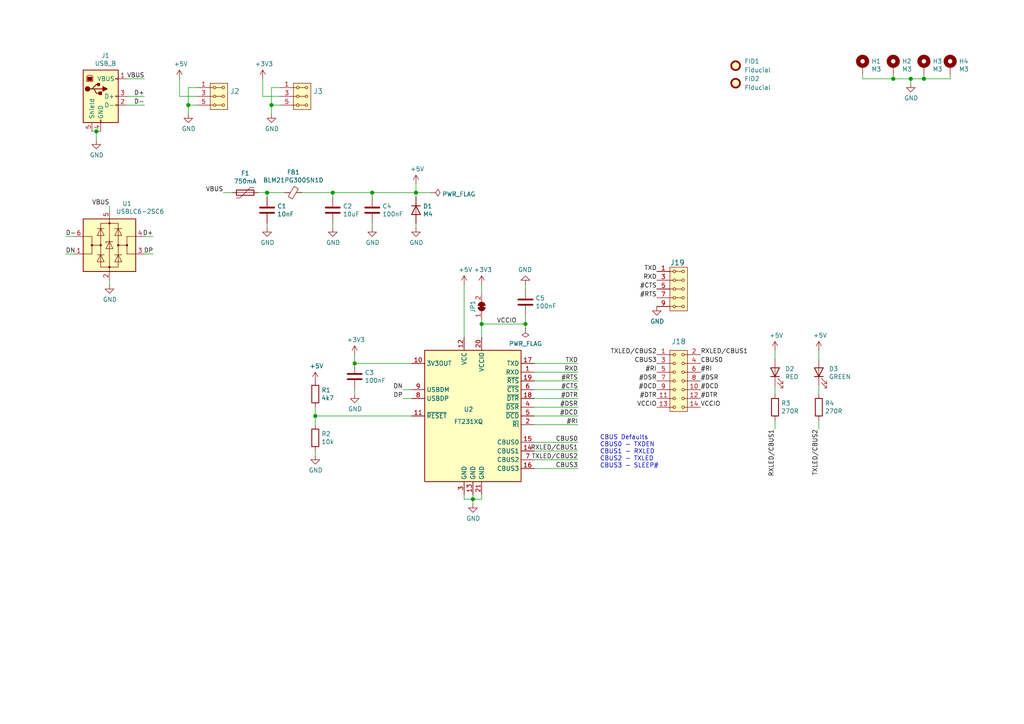
<source format=kicad_sch>
(kicad_sch (version 20230121) (generator eeschema)
  (paper "A4")
  (title_block (title "USB232R02A") (date "2021-03-25") (company "jacho") (comment 1 "USB to UART converter"))
  (lib_symbols
    (symbol "Connector:USB_B" (pin_names (offset 1.016))
      (property "Reference" "J" (at -5.08 11.43 0))
      (property "Value" "USB_B" (at -5.08 8.89 0))
      (symbol "USB_B_0_1"
        (rectangle (start -5.08 -7.62) (end 5.08 7.62) (stroke (width 0.254)) (fill (type background)))
        (circle (center -3.81 2.159) (radius 0.635) (stroke (width 0.254)) (fill (type outline)))
        (rectangle (start -3.81 5.588) (end -2.54 4.572) (fill (type outline)))
        (circle (center -0.635 3.429) (radius 0.381) (stroke (width 0.254)) (fill (type outline)))
        (rectangle (start -0.127 -7.62) (end 0.127 -6.858))
        (polyline (pts (xy -1.905 2.159) (xy 0.635 2.159)) (stroke (width 0.254)))
        (polyline (pts (xy -3.175 2.159) (xy -2.54 2.159) (xy -1.27 3.429) (xy -0.635 3.429)) (stroke (width 0.254)))
        (polyline (pts (xy -2.54 2.159) (xy -1.905 2.159) (xy -1.27 0.889) (xy 0 0.889)) (stroke (width 0.254)))
        (polyline (pts (xy 0.635 2.794) (xy 0.635 1.524) (xy 1.905 2.159) (xy 0.635 2.794)) (stroke (width 0.254)) (fill (type outline)))
        (polyline (pts (xy -4.064 4.318) (xy -2.286 4.318) (xy -2.286 5.715) (xy -2.667 6.096) (xy -3.683 6.096) (xy -4.064 5.715) (xy -4.064 4.318)))
        (rectangle (start 0.254 1.27) (end -0.508 0.508) (stroke (width 0.254)) (fill (type outline)))
        (rectangle (start 5.08 -2.667) (end 4.318 -2.413))
        (rectangle (start 5.08 -0.127) (end 4.318 0.127))
        (rectangle (start 5.08 4.953) (end 4.318 5.207))
      )
      (symbol "USB_B_1_1"
        (pin power_out line (at 7.62 5.08 180) (length 2.54) (name "VBUS") (number "1"))
        (pin bidirectional line (at 7.62 -2.54 180) (length 2.54) (name "D-") (number "2"))
        (pin bidirectional line (at 7.62 0 180) (length 2.54) (name "D+") (number "3"))
        (pin power_out line (at 0 -10.16 90) (length 2.54) (name "GND") (number "4"))
        (pin passive line (at -2.54 -10.16 90) (length 2.54) (name "Shield") (number "5"))
      )
    )
    (symbol "Device:C" (pin_numbers hide) (pin_names (offset 0.254))
      (property "Reference" "C" (at 0.635 2.54 0))
      (property "Value" "C" (at 0.635 -2.54 0))
      (symbol "C_0_1"
        (polyline (pts (xy -2.032 -0.762) (xy 2.032 -0.762)) (stroke (width 0.508)))
        (polyline (pts (xy -2.032 0.762) (xy 2.032 0.762)) (stroke (width 0.508)))
      )
      (symbol "C_1_1"
        (pin passive line (at 0 3.81 270) (length 2.794) (name "~") (number "1"))
        (pin passive line (at 0 -3.81 90) (length 2.794) (name "~") (number "2"))
      )
    )
    (symbol "Device:D" (pin_numbers hide) (pin_names (offset 1.016) hide)
      (property "Reference" "D" (at 0 2.54 0))
      (property "Value" "D" (at 0 -2.54 0))
      (symbol "D_0_1"
        (polyline (pts (xy -1.27 1.27) (xy -1.27 -1.27)) (stroke (width 0.254)))
        (polyline (pts (xy 1.27 0) (xy -1.27 0)))
        (polyline (pts (xy 1.27 1.27) (xy 1.27 -1.27) (xy -1.27 0) (xy 1.27 1.27)) (stroke (width 0.254)))
      )
      (symbol "D_1_1"
        (pin passive line (at -3.81 0 0) (length 2.54) (name "K") (number "1"))
        (pin passive line (at 3.81 0 180) (length 2.54) (name "A") (number "2"))
      )
    )
    (symbol "Device:FerriteBead_Small" (pin_numbers hide) (pin_names (offset 0))
      (property "Reference" "FB" (at 1.905 1.27 0))
      (property "Value" "FerriteBead_Small" (at 1.905 -1.27 0))
      (symbol "FerriteBead_Small_0_1"
        (polyline (pts (xy 0 -1.27) (xy 0 -0.7874)))
        (polyline (pts (xy 0 0.889) (xy 0 1.2954)))
        (polyline (pts (xy -1.8288 0.2794) (xy -1.1176 1.4986) (xy 1.8288 -0.2032) (xy 1.1176 -1.4224) (xy -1.8288 0.2794)))
      )
      (symbol "FerriteBead_Small_1_1"
        (pin passive line (at 0 2.54 270) (length 1.27) (name "~") (number "1"))
        (pin passive line (at 0 -2.54 90) (length 1.27) (name "~") (number "2"))
      )
    )
    (symbol "Device:LED" (pin_numbers hide) (pin_names (offset 1.016) hide)
      (property "Reference" "D" (at 0 2.54 0))
      (property "Value" "LED" (at 0 -2.54 0))
      (symbol "LED_0_1"
        (polyline (pts (xy -1.27 -1.27) (xy -1.27 1.27)) (stroke (width 0.254)))
        (polyline (pts (xy -1.27 0) (xy 1.27 0)))
        (polyline (pts (xy 1.27 -1.27) (xy 1.27 1.27) (xy -1.27 0) (xy 1.27 -1.27)) (stroke (width 0.254)))
        (polyline (pts (xy -3.048 -0.762) (xy -4.572 -2.286) (xy -3.81 -2.286) (xy -4.572 -2.286) (xy -4.572 -1.524)))
        (polyline (pts (xy -1.778 -0.762) (xy -3.302 -2.286) (xy -2.54 -2.286) (xy -3.302 -2.286) (xy -3.302 -1.524)))
      )
      (symbol "LED_1_1"
        (pin passive line (at -3.81 0 0) (length 2.54) (name "K") (number "1"))
        (pin passive line (at 3.81 0 180) (length 2.54) (name "A") (number "2"))
      )
    )
    (symbol "Device:Polyfuse" (pin_numbers hide) (pin_names (offset 0))
      (property "Reference" "F" (at -2.54 0 90))
      (property "Value" "Polyfuse" (at 2.54 0 90))
      (symbol "Polyfuse_0_1"
        (rectangle (start -0.762 2.54) (end 0.762 -2.54) (stroke (width 0.254)))
        (polyline (pts (xy 0 2.54) (xy 0 -2.54)))
        (polyline (pts (xy -1.524 2.54) (xy -1.524 1.524) (xy 1.524 -1.524) (xy 1.524 -2.54)))
      )
      (symbol "Polyfuse_1_1"
        (pin passive line (at 0 3.81 270) (length 1.27) (name "~") (number "1"))
        (pin passive line (at 0 -3.81 90) (length 1.27) (name "~") (number "2"))
      )
    )
    (symbol "Device:R" (pin_numbers hide) (pin_names (offset 0))
      (property "Reference" "R" (at 2.032 0 90))
      (property "Value" "R" (at 0 0 90))
      (symbol "R_0_1"
        (rectangle (start -1.016 -2.54) (end 1.016 2.54) (stroke (width 0.254)))
      )
      (symbol "R_1_1"
        (pin passive line (at 0 3.81 270) (length 1.27) (name "~") (number "1"))
        (pin passive line (at 0 -3.81 90) (length 1.27) (name "~") (number "2"))
      )
    )
    (symbol "Interface_USB:FT231XQ"
      (property "Reference" "U" (at -13.97 20.32 0))
      (property "Value" "FT231XQ" (at 6.35 20.32 0))
      (symbol "FT231XQ_0_1"
        (rectangle (start -13.97 19.05) (end 13.97 -19.05) (stroke (width 0.254)) (fill (type background)))
      )
      (symbol "FT231XQ_1_1"
        (pin input line (at 17.78 12.7 180) (length 3.81) (name "RXD") (number "1"))
        (pin power_out line (at -17.78 15.24 0) (length 3.81) (name "3V3OUT") (number "10"))
        (pin input line (at -17.78 0 0) (length 3.81) (name "~{RESET}") (number "11"))
        (pin power_in line (at -2.54 22.86 270) (length 3.81) (name "VCC") (number "12"))
        (pin power_in line (at 0 -22.86 90) (length 3.81) (name "GND") (number "13"))
        (pin bidirectional line (at 17.78 -10.16 180) (length 3.81) (name "CBUS1") (number "14"))
        (pin bidirectional line (at 17.78 -7.62 180) (length 3.81) (name "CBUS0") (number "15"))
        (pin bidirectional line (at 17.78 -15.24 180) (length 3.81) (name "CBUS3") (number "16"))
        (pin output line (at 17.78 15.24 180) (length 3.81) (name "TXD") (number "17"))
        (pin output line (at 17.78 5.08 180) (length 3.81) (name "~{DTR}") (number "18"))
        (pin output line (at 17.78 10.16 180) (length 3.81) (name "~{RTS}") (number "19"))
        (pin input line (at 17.78 -2.54 180) (length 3.81) (name "~{RI}") (number "2"))
        (pin power_in line (at 2.54 22.86 270) (length 3.81) (name "VCCIO") (number "20"))
        (pin power_in line (at 2.54 -22.86 90) (length 3.81) (name "GND") (number "21"))
        (pin power_in line (at -2.54 -22.86 90) (length 3.81) (name "GND") (number "3"))
        (pin input line (at 17.78 2.54 180) (length 3.81) (name "~{DSR}") (number "4"))
        (pin input line (at 17.78 0 180) (length 3.81) (name "~{DCD}") (number "5"))
        (pin input line (at 17.78 7.62 180) (length 3.81) (name "~{CTS}") (number "6"))
        (pin bidirectional line (at 17.78 -12.7 180) (length 3.81) (name "CBUS2") (number "7"))
        (pin bidirectional line (at -17.78 5.08 0) (length 3.81) (name "USBDP") (number "8"))
        (pin bidirectional line (at -17.78 7.62 0) (length 3.81) (name "USBDM") (number "9"))
      )
    )
    (symbol "Jumper:SolderJumper_2_Bridged" (pin_names (offset 0) hide)
      (property "Reference" "JP" (at 0 2.032 0))
      (property "Value" "SolderJumper_2_Bridged" (at 0 -2.54 0))
      (symbol "SolderJumper_2_Bridged_0_1"
        (rectangle (start -0.508 0.508) (end 0.508 -0.508) (fill (type outline)))
        (arc (start -0.254 1.016) (mid -1.2656 0) (end -0.254 -1.016))
        (arc (start -0.254 1.016) (mid -1.2656 0) (end -0.254 -1.016) (fill (type outline)))
        (polyline (pts (xy -0.254 1.016) (xy -0.254 -1.016)))
        (polyline (pts (xy 0.254 1.016) (xy 0.254 -1.016)))
        (arc (start 0.254 -1.016) (mid 1.2656 0) (end 0.254 1.016))
        (arc (start 0.254 -1.016) (mid 1.2656 0) (end 0.254 1.016) (fill (type outline)))
      )
      (symbol "SolderJumper_2_Bridged_1_1"
        (pin passive line (at -3.81 0 0) (length 2.54) (name "A") (number "1"))
        (pin passive line (at 3.81 0 180) (length 2.54) (name "B") (number "2"))
      )
    )
    (symbol "MLAB_HEADER:HEADER_2x03_PARALLEL" (pin_names (offset 1.016))
      (property "Reference" "J" (at 0 -5.08 0))
      (property "Value" "HEADER_2x03_PARALLEL" (at 0 5.08 0))
      (symbol "HEADER_2x03_PARALLEL_0_1"
        (rectangle (start -2.54 3.81) (end 2.54 -3.81) (fill (type background)))
        (circle (center -1.27 -2.54) (radius 0.381))
        (circle (center -1.27 0) (radius 0.381))
        (circle (center -1.27 2.54) (radius 0.381))
        (polyline (pts (xy -1.651 -2.54) (xy -2.54 -2.54)))
        (polyline (pts (xy -1.651 0) (xy -2.54 0)))
        (polyline (pts (xy -1.651 2.54) (xy -2.54 2.54)))
        (polyline (pts (xy -0.889 -2.54) (xy 0.889 -2.54)))
        (polyline (pts (xy -0.889 0) (xy 0.889 0)))
        (polyline (pts (xy -0.889 2.54) (xy 0.889 2.54)))
        (circle (center 1.27 -2.54) (radius 0.381))
        (circle (center 1.27 0) (radius 0.381))
        (circle (center 1.27 2.54) (radius 0.381))
      )
      (symbol "HEADER_2x03_PARALLEL_1_1"
        (pin input line (at -6.35 2.54 0) (length 3.81) (name "~") (number "1"))
        (pin input line (at -6.35 2.54 0) (length 3.81) hide (name "~") (number "2"))
        (pin input line (at -6.35 0 0) (length 3.81) (name "~") (number "3"))
        (pin input line (at -6.35 0 0) (length 3.81) hide (name "~") (number "4"))
        (pin input line (at -6.35 -2.54 0) (length 3.81) (name "~") (number "5"))
        (pin input line (at -6.35 -2.54 0) (length 3.81) hide (name "~") (number "6"))
      )
    )
    (symbol "MLAB_HEADER:HEADER_2x05_PARALLEL" (pin_names (offset 1.016))
      (property "Reference" "J" (at 0 -7.62 0))
      (property "Value" "HEADER_2x05_PARALLEL" (at 0 7.62 0))
      (symbol "HEADER_2x05_PARALLEL_0_1"
        (rectangle (start -2.54 6.35) (end 2.54 -6.35) (fill (type background)))
        (circle (center -1.27 -5.08) (radius 0.381))
        (circle (center -1.27 -2.54) (radius 0.381))
        (circle (center -1.27 0) (radius 0.381))
        (circle (center -1.27 2.54) (radius 0.381))
        (circle (center -1.27 5.08) (radius 0.381))
        (polyline (pts (xy -1.651 -5.08) (xy -2.54 -5.08)))
        (polyline (pts (xy -1.651 -2.54) (xy -2.54 -2.54)))
        (polyline (pts (xy -1.651 0) (xy -2.54 0)))
        (polyline (pts (xy -1.651 2.54) (xy -2.54 2.54)))
        (polyline (pts (xy -1.651 5.08) (xy -2.54 5.08)))
        (polyline (pts (xy -0.889 -5.08) (xy 0.889 -5.08)))
        (polyline (pts (xy -0.889 -2.54) (xy 0.889 -2.54)))
        (polyline (pts (xy -0.889 0) (xy 0.889 0)))
        (polyline (pts (xy -0.889 2.54) (xy 0.889 2.54)))
        (polyline (pts (xy -0.889 5.08) (xy 0.889 5.08)))
        (circle (center 1.27 -5.08) (radius 0.381))
        (circle (center 1.27 -2.54) (radius 0.381))
        (circle (center 1.27 0) (radius 0.381))
        (circle (center 1.27 2.54) (radius 0.381))
        (circle (center 1.27 5.08) (radius 0.381))
      )
      (symbol "HEADER_2x05_PARALLEL_1_1"
        (pin input line (at -6.35 5.08 0) (length 3.81) (name "~") (number "1"))
        (pin input line (at -6.35 -5.08 0) (length 3.81) hide (name "~") (number "10"))
        (pin input line (at -6.35 5.08 0) (length 3.81) hide (name "~") (number "2"))
        (pin input line (at -6.35 2.54 0) (length 3.81) (name "~") (number "3"))
        (pin input line (at -6.35 2.54 0) (length 3.81) hide (name "~") (number "4"))
        (pin input line (at -6.35 0 0) (length 3.81) (name "~") (number "5"))
        (pin input line (at -6.35 0 0) (length 3.81) hide (name "~") (number "6"))
        (pin input line (at -6.35 -2.54 0) (length 3.81) (name "~") (number "7"))
        (pin input line (at -6.35 -2.54 0) (length 3.81) hide (name "~") (number "8"))
        (pin input line (at -6.35 -5.08 0) (length 3.81) (name "~") (number "9"))
      )
    )
    (symbol "MLAB_HEADER:HEADER_2x07" (pin_names (offset 1.016))
      (property "Reference" "J" (at 0 -10.16 0))
      (property "Value" "HEADER_2x07" (at 0 10.16 0))
      (symbol "HEADER_2x07_0_1"
        (rectangle (start -2.54 8.89) (end 2.54 -8.89) (fill (type background)))
        (circle (center -1.27 -7.62) (radius 0.381))
        (circle (center -1.27 -5.08) (radius 0.381))
        (circle (center -1.27 -2.54) (radius 0.381))
        (circle (center -1.27 0) (radius 0.381))
        (circle (center -1.27 2.54) (radius 0.381))
        (circle (center -1.27 5.08) (radius 0.381))
        (circle (center -1.27 7.62) (radius 0.381))
        (polyline (pts (xy -1.651 -7.62) (xy -2.54 -7.62)))
        (polyline (pts (xy -1.651 -5.08) (xy -2.54 -5.08)))
        (polyline (pts (xy -1.651 -2.54) (xy -2.54 -2.54)))
        (polyline (pts (xy -1.651 0) (xy -2.54 0)))
        (polyline (pts (xy -1.651 2.54) (xy -2.54 2.54)))
        (polyline (pts (xy -1.651 5.08) (xy -2.54 5.08)))
        (polyline (pts (xy -1.651 7.62) (xy -2.54 7.62)))
        (polyline (pts (xy 1.651 -7.62) (xy 2.54 -7.62)))
        (polyline (pts (xy 1.651 -5.08) (xy 2.54 -5.08)))
        (polyline (pts (xy 1.651 -2.54) (xy 2.54 -2.54)))
        (polyline (pts (xy 1.651 0) (xy 2.54 0)))
        (polyline (pts (xy 1.651 2.54) (xy 2.54 2.54)))
        (polyline (pts (xy 1.651 5.08) (xy 2.54 5.08)))
        (polyline (pts (xy 1.651 7.62) (xy 2.54 7.62)))
        (circle (center 1.27 -7.62) (radius 0.381))
        (circle (center 1.27 -5.08) (radius 0.381))
        (circle (center 1.27 -2.54) (radius 0.381))
        (circle (center 1.27 0) (radius 0.381))
        (circle (center 1.27 2.54) (radius 0.381))
        (circle (center 1.27 5.08) (radius 0.381))
        (circle (center 1.27 7.62) (radius 0.381))
      )
      (symbol "HEADER_2x07_1_1"
        (pin input line (at -6.35 7.62 0) (length 3.81) (name "~") (number "1"))
        (pin input line (at 6.35 -2.54 180) (length 3.81) (name "~") (number "10"))
        (pin input line (at -6.35 -5.08 0) (length 3.81) (name "~") (number "11"))
        (pin input line (at 6.35 -5.08 180) (length 3.81) (name "~") (number "12"))
        (pin input line (at -6.35 -7.62 0) (length 3.81) (name "~") (number "13"))
        (pin input line (at 6.35 -7.62 180) (length 3.81) (name "~") (number "14"))
        (pin input line (at 6.35 7.62 180) (length 3.81) (name "~") (number "2"))
        (pin input line (at -6.35 5.08 0) (length 3.81) (name "~") (number "3"))
        (pin input line (at 6.35 5.08 180) (length 3.81) (name "~") (number "4"))
        (pin input line (at -6.35 2.54 0) (length 3.81) (name "~") (number "5"))
        (pin input line (at 6.35 2.54 180) (length 3.81) (name "~") (number "6"))
        (pin input line (at -6.35 0 0) (length 3.81) (name "~") (number "7"))
        (pin input line (at 6.35 0 180) (length 3.81) (name "~") (number "8"))
        (pin input line (at -6.35 -2.54 0) (length 3.81) (name "~") (number "9"))
      )
    )
    (symbol "Mechanical:Fiducial"
      (property "Reference" "FID" (at 0 5.08 0))
      (property "Value" "Fiducial" (at 0 3.175 0))
      (symbol "Fiducial_0_1"
        (circle (center 0 0) (radius 1.27) (stroke (width 0.508)) (fill (type background)))
      )
    )
    (symbol "Mechanical:MountingHole_Pad" (pin_numbers hide) (pin_names (offset 1.016) hide)
      (property "Reference" "H" (at 0 6.35 0))
      (property "Value" "MountingHole_Pad" (at 0 4.445 0))
      (symbol "MountingHole_Pad_0_1"
        (circle (center 0 1.27) (radius 1.27) (stroke (width 1.27)))
      )
      (symbol "MountingHole_Pad_1_1"
        (pin input line (at 0 -2.54 90) (length 2.54) (name "1") (number "1"))
      )
    )
    (symbol "Power_Protection:USBLC6-2SC6" (pin_names hide)
      (property "Reference" "U" (at 2.54 8.89 0))
      (property "Value" "USBLC6-2SC6" (at 2.54 -8.89 0))
      (symbol "USBLC6-2SC6_0_1"
        (rectangle (start -7.62 -7.62) (end 7.62 7.62) (stroke (width 0.254)) (fill (type background)))
        (circle (center -5.08 0) (radius 0.254) (fill (type outline)))
        (circle (center -2.54 0) (radius 0.254) (fill (type outline)))
        (rectangle (start -2.54 6.35) (end 2.54 -6.35))
        (circle (center 0 -6.35) (radius 0.254) (fill (type outline)))
        (polyline (pts (xy -5.08 -2.54) (xy -7.62 -2.54)))
        (polyline (pts (xy -5.08 0) (xy -5.08 -2.54)))
        (polyline (pts (xy -5.08 2.54) (xy -7.62 2.54)))
        (polyline (pts (xy -1.524 -2.794) (xy -3.556 -2.794)))
        (polyline (pts (xy -1.524 4.826) (xy -3.556 4.826)))
        (polyline (pts (xy 0 -7.62) (xy 0 -6.35)))
        (polyline (pts (xy 0 -6.35) (xy 0 1.27)))
        (polyline (pts (xy 0 1.27) (xy 0 6.35)))
        (polyline (pts (xy 0 6.35) (xy 0 7.62)))
        (polyline (pts (xy 1.524 -2.794) (xy 3.556 -2.794)))
        (polyline (pts (xy 1.524 4.826) (xy 3.556 4.826)))
        (polyline (pts (xy 5.08 -2.54) (xy 7.62 -2.54)))
        (polyline (pts (xy 5.08 0) (xy 5.08 -2.54)))
        (polyline (pts (xy 5.08 2.54) (xy 7.62 2.54)))
        (polyline (pts (xy -2.54 0) (xy -5.08 0) (xy -5.08 2.54)))
        (polyline (pts (xy 2.54 0) (xy 5.08 0) (xy 5.08 2.54)))
        (polyline (pts (xy -3.556 -4.826) (xy -1.524 -4.826) (xy -2.54 -2.794) (xy -3.556 -4.826)))
        (polyline (pts (xy -3.556 2.794) (xy -1.524 2.794) (xy -2.54 4.826) (xy -3.556 2.794)))
        (polyline (pts (xy -1.016 -1.016) (xy 1.016 -1.016) (xy 0 1.016) (xy -1.016 -1.016)))
        (polyline (pts (xy 1.016 1.016) (xy 0.762 1.016) (xy -1.016 1.016) (xy -1.016 0.508)))
        (polyline (pts (xy 3.556 -4.826) (xy 1.524 -4.826) (xy 2.54 -2.794) (xy 3.556 -4.826)))
        (polyline (pts (xy 3.556 2.794) (xy 1.524 2.794) (xy 2.54 4.826) (xy 3.556 2.794)))
        (circle (center 0 6.35) (radius 0.254) (fill (type outline)))
        (circle (center 2.54 0) (radius 0.254) (fill (type outline)))
        (circle (center 5.08 0) (radius 0.254) (fill (type outline)))
      )
      (symbol "USBLC6-2SC6_1_1"
        (pin passive line (at -10.16 -2.54 0) (length 2.54) (name "I/O1") (number "1"))
        (pin passive line (at 0 -10.16 90) (length 2.54) (name "GND") (number "2"))
        (pin passive line (at 10.16 -2.54 180) (length 2.54) (name "I/O2") (number "3"))
        (pin passive line (at 10.16 2.54 180) (length 2.54) (name "I/O2") (number "4"))
        (pin passive line (at 0 10.16 270) (length 2.54) (name "VBUS") (number "5"))
        (pin passive line (at -10.16 2.54 0) (length 2.54) (name "I/O1") (number "6"))
      )
    )
    (symbol "power:+3V3" (power) (pin_names (offset 0))
      (property "Value" "+3V3" (at 0 3.556 0))
      (symbol "+3V3_0_1"
        (polyline (pts (xy -0.762 1.27) (xy 0 2.54)))
        (polyline (pts (xy 0 0) (xy 0 2.54)))
        (polyline (pts (xy 0 2.54) (xy 0.762 1.27)))
      )
      (symbol "+3V3_1_1"
        (pin power_in line (at 0 0 90) (length 0) hide (name "+3V3") (number "1"))
      )
    )
    (symbol "power:+5V" (power) (pin_names (offset 0))
      (property "Value" "+5V" (at 0 3.556 0))
      (symbol "+5V_0_1"
        (polyline (pts (xy -0.762 1.27) (xy 0 2.54)))
        (polyline (pts (xy 0 0) (xy 0 2.54)))
        (polyline (pts (xy 0 2.54) (xy 0.762 1.27)))
      )
      (symbol "+5V_1_1"
        (pin power_in line (at 0 0 90) (length 0) hide (name "+5V") (number "1"))
      )
    )
    (symbol "power:GND" (power) (pin_names (offset 0))
      (property "Value" "GND" (at 0 -3.81 0))
      (symbol "GND_0_1"
        (polyline (pts (xy 0 0) (xy 0 -1.27) (xy 1.27 -1.27) (xy 0 -2.54) (xy -1.27 -1.27) (xy 0 -1.27)))
      )
      (symbol "GND_1_1"
        (pin power_in line (at 0 0 270) (length 0) hide (name "GND") (number "1"))
      )
    )
    (symbol "power:PWR_FLAG" (power) (pin_numbers hide) (pin_names (offset 0) hide)
      (property "Value" "PWR_FLAG" (at 0 3.81 0))
      (symbol "PWR_FLAG_0_0"
        (pin power_out line (at 0 0 90) (length 0) (name "pwr") (number "1"))
      )
      (symbol "PWR_FLAG_0_1"
        (polyline (pts (xy 0 0) (xy 0 1.27) (xy -1.016 1.905) (xy 0 2.54) (xy 1.016 1.905) (xy 0 1.27)))
      )
    )
  )
  (junction (at 54.61 30.48) (diameter 1.016))
  (junction (at 120.65 55.88) (diameter 1.016))
  (junction (at 139.7 93.98) (diameter 1.016))
  (junction (at 137.16 144.78) (diameter 1.016))
  (junction (at 264.16 22.86) (diameter 1.016))
  (junction (at 152.4 93.98) (diameter 1.016))
  (junction (at 27.94 38.1) (diameter 1.016))
  (junction (at 102.87 105.41) (diameter 1.016))
  (junction (at 267.97 22.86) (diameter 1.016))
  (junction (at 259.08 22.86) (diameter 1.016))
  (junction (at 96.52 55.88) (diameter 1.016))
  (junction (at 77.47 55.88) (diameter 1.016))
  (junction (at 78.74 30.48) (diameter 1.016))
  (junction (at 91.44 120.65) (diameter 1.016))
  (junction (at 107.95 55.88) (diameter 1.016))
  (wire (pts (xy 154.94 110.49) (xy 167.64 110.49)))
  (wire (pts (xy 224.79 101.6) (xy 224.79 104.14)))
  (wire (pts (xy 52.07 27.94) (xy 52.07 22.86)))
  (wire (pts (xy 64.77 55.88) (xy 67.31 55.88)))
  (wire (pts (xy 154.94 123.19) (xy 167.64 123.19)))
  (wire (pts (xy 116.84 113.03) (xy 119.38 113.03)))
  (wire (pts (xy 19.05 73.66) (xy 21.59 73.66)))
  (wire (pts (xy 139.7 93.98) (xy 152.4 93.98)))
  (wire (pts (xy 41.91 68.58) (xy 44.45 68.58)))
  (wire (pts (xy 96.52 64.77) (xy 96.52 66.04)))
  (wire (pts (xy 57.15 27.94) (xy 52.07 27.94)))
  (wire (pts (xy 137.16 143.51) (xy 137.16 144.78)))
  (wire (pts (xy 139.7 93.98) (xy 139.7 97.79)))
  (wire (pts (xy 78.74 30.48) (xy 78.74 33.02)))
  (wire (pts (xy 154.94 115.57) (xy 167.64 115.57)))
  (wire (pts (xy 54.61 25.4) (xy 54.61 30.48)))
  (wire (pts (xy 134.62 144.78) (xy 137.16 144.78)))
  (wire (pts (xy 120.65 53.34) (xy 120.65 55.88)))
  (wire (pts (xy 152.4 93.98) (xy 152.4 95.25)))
  (wire (pts (xy 96.52 55.88) (xy 96.52 57.15)))
  (wire (pts (xy 91.44 120.65) (xy 119.38 120.65)))
  (wire (pts (xy 267.97 21.59) (xy 267.97 22.86)))
  (wire (pts (xy 224.79 111.76) (xy 224.79 114.3)))
  (wire (pts (xy 26.67 38.1) (xy 27.94 38.1)))
  (wire (pts (xy 27.94 38.1) (xy 27.94 40.64)))
  (wire (pts (xy 78.74 30.48) (xy 81.28 30.48)))
  (wire (pts (xy 134.62 143.51) (xy 134.62 144.78)))
  (wire (pts (xy 102.87 102.87) (xy 102.87 105.41)))
  (wire (pts (xy 107.95 55.88) (xy 107.95 57.15)))
  (wire (pts (xy 137.16 144.78) (xy 137.16 146.05)))
  (wire (pts (xy 31.75 59.69) (xy 31.75 60.96)))
  (wire (pts (xy 250.19 21.59) (xy 250.19 22.86)))
  (wire (pts (xy 134.62 82.55) (xy 134.62 97.79)))
  (wire (pts (xy 31.75 81.28) (xy 31.75 82.55)))
  (wire (pts (xy 120.65 55.88) (xy 125.095 55.88)))
  (wire (pts (xy 77.47 64.77) (xy 77.47 66.04)))
  (wire (pts (xy 224.79 121.92) (xy 224.79 124.46)))
  (wire (pts (xy 77.47 55.88) (xy 77.47 57.15)))
  (wire (pts (xy 154.94 113.03) (xy 167.64 113.03)))
  (wire (pts (xy 154.94 128.27) (xy 167.64 128.27)))
  (wire (pts (xy 102.87 113.03) (xy 102.87 114.3)))
  (wire (pts (xy 137.16 144.78) (xy 139.7 144.78)))
  (wire (pts (xy 152.4 91.44) (xy 152.4 93.98)))
  (wire (pts (xy 41.91 73.66) (xy 44.45 73.66)))
  (wire (pts (xy 154.94 135.89) (xy 167.64 135.89)))
  (wire (pts (xy 76.2 27.94) (xy 76.2 22.86)))
  (wire (pts (xy 120.65 55.88) (xy 120.65 57.15)))
  (wire (pts (xy 36.83 27.94) (xy 41.91 27.94)))
  (wire (pts (xy 57.15 25.4) (xy 54.61 25.4)))
  (wire (pts (xy 264.16 22.86) (xy 264.16 24.13)))
  (wire (pts (xy 250.19 22.86) (xy 259.08 22.86)))
  (wire (pts (xy 102.87 105.41) (xy 119.38 105.41)))
  (wire (pts (xy 154.94 130.81) (xy 167.64 130.81)))
  (wire (pts (xy 116.84 115.57) (xy 119.38 115.57)))
  (wire (pts (xy 96.52 55.88) (xy 107.95 55.88)))
  (wire (pts (xy 87.63 55.88) (xy 96.52 55.88)))
  (wire (pts (xy 54.61 30.48) (xy 57.15 30.48)))
  (wire (pts (xy 19.05 68.58) (xy 21.59 68.58)))
  (wire (pts (xy 78.74 25.4) (xy 78.74 30.48)))
  (wire (pts (xy 154.94 120.65) (xy 167.64 120.65)))
  (wire (pts (xy 120.65 64.77) (xy 120.65 66.04)))
  (wire (pts (xy 154.94 107.95) (xy 167.64 107.95)))
  (wire (pts (xy 91.44 130.81) (xy 91.44 132.08)))
  (wire (pts (xy 107.95 55.88) (xy 120.65 55.88)))
  (wire (pts (xy 107.95 64.77) (xy 107.95 66.04)))
  (wire (pts (xy 91.44 118.11) (xy 91.44 120.65)))
  (wire (pts (xy 154.94 133.35) (xy 167.64 133.35)))
  (wire (pts (xy 74.93 55.88) (xy 77.47 55.88)))
  (wire (pts (xy 152.4 82.55) (xy 152.4 83.82)))
  (wire (pts (xy 139.7 144.78) (xy 139.7 143.51)))
  (wire (pts (xy 36.83 22.86) (xy 41.91 22.86)))
  (wire (pts (xy 139.7 82.55) (xy 139.7 85.09)))
  (wire (pts (xy 275.59 22.86) (xy 275.59 21.59)))
  (wire (pts (xy 259.08 21.59) (xy 259.08 22.86)))
  (wire (pts (xy 267.97 22.86) (xy 275.59 22.86)))
  (wire (pts (xy 91.44 120.65) (xy 91.44 123.19)))
  (wire (pts (xy 81.28 25.4) (xy 78.74 25.4)))
  (wire (pts (xy 237.49 111.76) (xy 237.49 114.3)))
  (wire (pts (xy 237.49 121.92) (xy 237.49 124.46)))
  (wire (pts (xy 154.94 105.41) (xy 167.64 105.41)))
  (wire (pts (xy 237.49 101.6) (xy 237.49 104.14)))
  (wire (pts (xy 139.7 92.71) (xy 139.7 93.98)))
  (wire (pts (xy 77.47 55.88) (xy 82.55 55.88)))
  (wire (pts (xy 81.28 27.94) (xy 76.2 27.94)))
  (wire (pts (xy 27.94 38.1) (xy 29.21 38.1)))
  (wire (pts (xy 154.94 118.11) (xy 167.64 118.11)))
  (wire (pts (xy 264.16 22.86) (xy 267.97 22.86)))
  (wire (pts (xy 36.83 30.48) (xy 41.91 30.48)))
  (wire (pts (xy 54.61 30.48) (xy 54.61 33.02)))
  (wire (pts (xy 259.08 22.86) (xy 264.16 22.86)))
  (text "CBUS Defaults\nCBUS0 - TXDEN \nCBUS1 - RXLED\nCBUS2 - TXLED\nCBUS3 - SLEEP#" (at 173.99 135.89 0) (effects (font (size 1.27 1.27)) (justify left bottom)))
  (label "#DTR" (at 167.64 115.57 180))
  (label "D+" (at 44.45 68.58 180))
  (label "#RTS" (at 167.64 110.49 180))
  (label "#RI" (at 167.64 123.19 180))
  (label "RXD" (at 167.64 107.95 180))
  (label "DN" (at 19.05 73.66 0))
  (label "#DTR" (at 190.5 115.57 180))
  (label "CBUS3" (at 190.5 105.41 180))
  (label "TXD" (at 190.5 78.74 180))
  (label "#RI" (at 190.5 107.95 180))
  (label "VCCIO" (at 203.2 118.11 0))
  (label "TXD" (at 167.64 105.41 180))
  (label "D-" (at 41.91 30.48 180))
  (label "RXLED{slash}CBUS1" (at 224.79 124.46 270))
  (label "#DSR" (at 190.5 110.49 180))
  (label "VCCIO" (at 149.86 93.98 180))
  (label "#RTS" (at 190.5 86.36 180))
  (label "#DCD" (at 190.5 113.03 180))
  (label "VCCIO" (at 190.5 118.11 180))
  (label "#DSR" (at 167.64 118.11 180))
  (label "#RI" (at 203.2 107.95 0))
  (label "#DTR" (at 203.2 115.57 0))
  (label "DP" (at 116.84 115.57 180))
  (label "VBUS" (at 41.91 22.86 180))
  (label "RXD" (at 190.5 81.28 180))
  (label "VBUS" (at 64.77 55.88 180))
  (label "CBUS0" (at 167.64 128.27 180))
  (label "DP" (at 44.45 73.66 180))
  (label "#CTS" (at 167.64 113.03 180))
  (label "VBUS" (at 31.75 59.69 180))
  (label "#DSR" (at 203.2 110.49 0))
  (label "#CTS" (at 190.5 83.82 180))
  (label "CBUS3" (at 167.64 135.89 180))
  (label "#DCD" (at 203.2 113.03 0))
  (label "TXLED{slash}CBUS2" (at 190.5 102.87 180))
  (label "RXLED{slash}CBUS1" (at 203.2 102.87 0))
  (label "TXLED{slash}CBUS2" (at 237.49 124.46 270))
  (label "#DCD" (at 167.64 120.65 180))
  (label "RXLED{slash}CBUS1" (at 167.64 130.81 180))
  (label "TXLED{slash}CBUS2" (at 167.64 133.35 180))
  (label "D-" (at 19.05 68.58 0))
  (label "DN" (at 116.84 113.03 180))
  (label "D+" (at 41.91 27.94 180))
  (label "CBUS0" (at 203.2 105.41 0))
  (symbol (lib_id "power:PWR_FLAG") (at 152.4 95.25 180) (unit 1)
    (property "Reference" "#FLG0102" (effects hide))
    (property "Value" "PWR_FLAG" (at 152.4 99.6934 0))
  )
  (symbol (lib_id "Device:LED") (at 237.49 107.95 90) (unit 1)
    (property "Reference" "D3" (at 240.4111 106.9911 90) (effects (justify right)))
    (property "Value" "GREEN" (at 240.411 109.29 90) (effects (justify right)))
    (property "Footprint" "Mlab_D:LED_1206_2" (effects hide))
    (property "Datasheet" "https://www.tme.eu/Document/283cf8402cc8d70fa16840405395cb5a/kptr-3216cgck.pdf" (effects hide))
    (property "UST_ID" "5c70984412875079b91f8895" (effects hide))
    (property "LCSC" "C598394" (effects hide))
  )
  (symbol (lib_id "Power_Protection:USBLC6-2SC6") (at 31.75 71.12 0) (unit 1)
    (property "Reference" "U1" (at 36.83 59.0358 0))
    (property "Value" "USBLC6-2SC6" (at 40.64 61.3345 0))
    (property "Footprint" "Package_TO_SOT_SMD:SOT-23-6" (effects hide))
    (property "Datasheet" "https://www.st.com/resource/en/datasheet/usblc6-2.pdf" (effects hide))
    (property "UST_ID" "5e82e0691287502a334a778c" (effects hide))
    (property "LCSC" "C7519" (effects hide))
  )
  (symbol (lib_id "MLAB_HEADER:HEADER_2x03_PARALLEL") (at 63.5 27.94 0) (unit 1)
    (property "Reference" "J2" (at 66.6751 26.4719 0) (effects (font (size 1.524 1.524)) (justify left)))
    (property "Value" "HEADER_2x03" (effects hide))
    (property "Footprint" "Mlab_Pin_Headers:Straight_2x03" (effects hide))
    (property "LCSC" "C706893" (effects hide))
  )
  (symbol (lib_id "Device:R") (at 224.79 118.11 0) (unit 1)
    (property "Reference" "R3" (at 226.5681 116.9606 0) (effects (justify left)))
    (property "Value" "270R" (at 226.568 119.259 0) (effects (justify left)))
    (property "Footprint" "Mlab_R:SMD-0805" (effects hide))
    (property "UST_ID" "5c70984512875079b91f8983" (effects hide))
    (property "LCSC" "C228675" (effects hide))
  )
  (symbol (lib_id "Device:D") (at 120.65 60.96 270) (unit 1)
    (property "Reference" "D1" (at 122.6821 59.8106 90) (effects (justify left)))
    (property "Value" "M4" (at 122.682 62.109 90) (effects (justify left)))
    (property "Footprint" "Diode_SMD:D_SMA" (effects hide))
    (property "UST_ID" "5c70984512875079b91f88ac" (effects hide))
    (property "LCSC" "C466506" (effects hide))
  )
  (symbol (lib_id "Jumper:SolderJumper_2_Bridged") (at 139.7 88.9 90) (unit 1) (in_bom no)
    (property "Reference" "JP1" (at 137.1408 88.9 0))
    (property "Value" "SolderJumper_2_Bridged" (effects hide))
    (property "Footprint" "Jumper:SolderJumper-2_P1.3mm_Bridged_RoundedPad1.0x1.5mm" (effects hide))
  )
  (symbol (lib_id "power:GND") (at 107.95 66.04 0) (unit 1)
    (property "Reference" "#PWR0102" (effects hide))
    (property "Value" "GND" (at 108.0643 70.3644 0))
  )
  (symbol (lib_id "power:GND") (at 264.16 24.13 0) (unit 1)
    (property "Reference" "#PWR0121" (effects hide))
    (property "Value" "GND" (at 264.2743 28.4544 0))
  )
  (symbol (lib_id "power:GND") (at 96.52 66.04 0) (unit 1)
    (property "Reference" "#PWR0106" (effects hide))
    (property "Value" "GND" (at 96.6343 70.3644 0))
  )
  (symbol (lib_id "Device:C") (at 152.4 87.63 0) (unit 1)
    (property "Reference" "C5" (at 155.3211 86.4806 0) (effects (justify left)))
    (property "Value" "100nF" (at 155.321 88.779 0) (effects (justify left)))
    (property "Footprint" "Mlab_C:SMD-0805" (effects hide))
    (property "UST_ID" "5c70984712875079b91f8b4c" (effects hide))
    (property "LCSC" "C111492" (effects hide))
  )
  (symbol (lib_id "power:GND") (at 31.75 82.55 0) (unit 1)
    (property "Reference" "#PWR0109" (effects hide))
    (property "Value" "GND" (at 31.8643 86.8744 0))
  )
  (symbol (lib_id "power:+5V") (at 237.49 101.6 0) (unit 1)
    (property "Reference" "#PWR0120" (effects hide))
    (property "Value" "+5V" (at 237.8583 97.2756 0))
  )
  (symbol (lib_id "power:GND") (at 54.61 33.02 0) (unit 1)
    (property "Reference" "#PWR0112" (effects hide))
    (property "Value" "GND" (at 54.7243 37.3444 0))
  )
  (symbol (lib_id "Connector:USB_B") (at 29.21 27.94 0) (unit 1)
    (property "Reference" "J1" (at 30.607 16.1098 0))
    (property "Value" "USB_B" (at 30.607 18.4085 0))
    (property "Footprint" "Connector_USB:USB_B_OST_USB-B1HSxx_Horizontal" (effects hide))
    (property "Datasheet" " ~" (effects hide))
    (property "UST_ID" "5c70984412875079b91f87a8" (effects hide))
    (property "LCSC" "C490687" (effects hide))
  )
  (symbol (lib_id "Device:C") (at 107.95 60.96 0) (unit 1)
    (property "Reference" "C4" (at 110.8711 59.8106 0) (effects (justify left)))
    (property "Value" "100nF" (at 110.871 62.109 0) (effects (justify left)))
    (property "Footprint" "Mlab_C:SMD-0805" (effects hide))
    (property "UST_ID" "5c70984712875079b91f8b4c" (effects hide))
    (property "LCSC" "C111492" (effects hide))
  )
  (symbol (lib_id "power:GND") (at 190.5 88.9 0) (unit 1)
    (property "Reference" "#PWR0122" (effects hide))
    (property "Value" "GND" (at 190.6143 93.2244 0))
  )
  (symbol (lib_id "power:+5V") (at 224.79 101.6 0) (unit 1)
    (property "Reference" "#PWR0119" (effects hide))
    (property "Value" "+5V" (at 225.1583 97.2756 0))
  )
  (symbol (lib_id "Device:Polyfuse") (at 71.12 55.88 90) (unit 1)
    (property "Reference" "F1" (at 71.12 50.2728 90))
    (property "Value" "750mA" (at 71.12 52.572 90))
    (property "Footprint" "Mlab_F:1812" (effects hide))
    (property "UST_ID" "5c70984512875079b91f88d2" (effects hide))
    (property "LCSC" "C269130" (effects hide))
  )
  (symbol (lib_id "power:GND") (at 152.4 82.55 180) (unit 1)
    (property "Reference" "#PWR0115" (effects hide))
    (property "Value" "GND" (at 152.2857 78.2256 0))
  )
  (symbol (lib_id "power:GND") (at 137.16 146.05 0) (unit 1)
    (property "Reference" "#PWR0116" (effects hide))
    (property "Value" "GND" (at 137.2743 150.3744 0))
  )
  (symbol (lib_id "Mechanical:MountingHole_Pad") (at 275.59 19.05 0) (unit 1) (in_bom no)
    (property "Reference" "H4" (at 278.1301 17.7736 0) (effects (justify left)))
    (property "Value" "M3" (at 278.1301 20.0723 0) (effects (justify left)))
    (property "Footprint" "Mlab_Mechanical:MountingHole_3mm" (effects hide))
  )
  (symbol (lib_id "power:+3V3") (at 102.87 102.87 0) (unit 1)
    (property "Reference" "#PWR0105" (effects hide))
    (property "Value" "+3V3" (at 103.2383 98.5456 0))
  )
  (symbol (lib_id "Device:LED") (at 224.79 107.95 90) (unit 1)
    (property "Reference" "D2" (at 227.7111 106.9911 90) (effects (justify right)))
    (property "Value" "RED" (at 227.711 109.29 90) (effects (justify right)))
    (property "Footprint" "Mlab_D:LED_1206_2" (effects hide))
    (property "Datasheet" "http://www.kingbright.com/attachments/file/psearch/000/00/20160808bak/KPTR-3216SURCK(Ver.15A).pdf" (effects hide))
    (property "UST_ID" "5c70984412875079b91f8896" (effects hide))
    (property "LCSC" "C598398" (effects hide))
  )
  (symbol (lib_id "Mechanical:MountingHole_Pad") (at 267.97 19.05 0) (unit 1) (in_bom no)
    (property "Reference" "H3" (at 270.5101 17.7736 0) (effects (justify left)))
    (property "Value" "M3" (at 270.5101 20.0723 0) (effects (justify left)))
    (property "Footprint" "Mlab_Mechanical:MountingHole_3mm" (effects hide))
  )
  (symbol (lib_id "Device:C") (at 77.47 60.96 0) (unit 1)
    (property "Reference" "C1" (at 80.3911 59.8106 0) (effects (justify left)))
    (property "Value" "10nF" (at 80.391 62.109 0) (effects (justify left)))
    (property "Footprint" "Mlab_C:SMD-0805" (effects hide))
    (property "UST_ID" "5c70984712875079b91f8b49" (effects hide))
    (property "LCSC" "C472806" (effects hide))
  )
  (symbol (lib_id "Device:FerriteBead_Small") (at 85.09 55.88 90) (unit 1)
    (property "Reference" "FB1" (at 85.09 49.968 90))
    (property "Value" "BLM21PG300SN1D" (at 85.09 52.2667 90))
    (property "Footprint" "Mlab_L:SMD-0805" (effects hide))
    (property "UST_ID" "5c70984412875079b91f87fd" (effects hide))
    (property "LCSC" "C16903" (effects hide))
  )
  (symbol (lib_id "power:+5V") (at 120.65 53.34 0) (unit 1)
    (property "Reference" "#PWR0103" (effects hide))
    (property "Value" "+5V" (at 121.0183 49.0156 0))
  )
  (symbol (lib_id "power:GND") (at 27.94 40.64 0) (unit 1)
    (property "Reference" "#PWR0110" (effects hide))
    (property "Value" "GND" (at 28.0543 44.9644 0))
  )
  (symbol (lib_id "MLAB_HEADER:HEADER_2x03_PARALLEL") (at 87.63 27.94 0) (unit 1)
    (property "Reference" "J3" (at 90.8051 26.4719 0) (effects (font (size 1.524 1.524)) (justify left)))
    (property "Value" "HEADER_2x03" (effects hide))
    (property "Footprint" "Mlab_Pin_Headers:Straight_2x03" (effects hide))
    (property "LCSC" "C706893" (effects hide))
  )
  (symbol (lib_id "power:GND") (at 91.44 132.08 0) (unit 1)
    (property "Reference" "#PWR0104" (effects hide))
    (property "Value" "GND" (at 91.5543 136.4044 0))
  )
  (symbol (lib_id "Interface_USB:FT231XQ") (at 137.16 120.65 0) (unit 1)
    (property "Reference" "U2" (at 135.89 118.7258 0))
    (property "Value" "FT231XQ" (at 135.89 122.2945 0))
    (property "Footprint" "Package_DFN_QFN:QFN-20-1EP_4x4mm_P0.5mm_EP2.5x2.5mm" (effects hide))
    (property "Datasheet" "https://www.ftdichip.com/Support/Documents/DataSheets/ICs/DS_FT231X.pdf" (effects hide))
    (property "UST_ID" "605d7fe0128750769e769adb" (effects hide))
    (property "LCSC" "C132159" (effects hide))
  )
  (symbol (lib_id "Mechanical:Fiducial") (at 213.36 19.05 0) (unit 1) (in_bom no)
    (property "Reference" "FID1" (at 215.9 17.78 0) (effects (justify left)))
    (property "Value" "Fiducial" (at 215.9 20.32 0) (effects (justify left)))
    (property "Footprint" "Fiducial:Fiducial_1mm_Mask2mm" (effects hide))
  )
  (symbol (lib_id "Mechanical:MountingHole_Pad") (at 250.19 19.05 0) (unit 1) (in_bom no)
    (property "Reference" "H1" (at 252.7301 17.7736 0) (effects (justify left)))
    (property "Value" "M3" (at 252.7301 20.0723 0) (effects (justify left)))
    (property "Footprint" "Mlab_Mechanical:MountingHole_3mm" (effects hide))
  )
  (symbol (lib_id "MLAB_HEADER:HEADER_2x07") (at 196.85 110.49 0) (unit 1)
    (property "Reference" "J18" (at 196.85 99.06 0) (effects (font (size 1.524 1.524))))
    (property "Value" "HEADER_2x07" (effects hide))
    (property "Footprint" "Mlab_Pin_Headers:Straight_2x07" (effects hide))
    (property "LCSC" "C706897" (effects hide))
  )
  (symbol (lib_id "power:PWR_FLAG") (at 125.095 55.88 270) (unit 1)
    (property "Reference" "#FLG0101" (effects hide))
    (property "Value" "PWR_FLAG" (at 128.27 56.3138 90) (effects (justify left)))
  )
  (symbol (lib_id "Device:R") (at 91.44 127 0) (unit 1)
    (property "Reference" "R2" (at 93.2181 125.8506 0) (effects (justify left)))
    (property "Value" "10k" (at 93.218 128.149 0) (effects (justify left)))
    (property "Footprint" "Mlab_R:SMD-0805" (effects hide))
    (property "UST_ID" "5c70984612875079b91f899f" (effects hide))
    (property "LCSC" "C84376" (effects hide))
  )
  (symbol (lib_id "MLAB_HEADER:HEADER_2x05_PARALLEL") (at 196.85 83.82 0) (unit 1)
    (property "Reference" "J19" (at 194.31 76.2 0) (effects (font (size 1.524 1.524)) (justify left)))
    (property "Value" "HEADER_2x05" (effects hide))
    (property "Footprint" "Mlab_Pin_Headers:Straight_2x05" (effects hide))
    (property "LCSC" "C706895" (effects hide))
  )
  (symbol (lib_id "power:+5V") (at 52.07 22.86 0) (unit 1)
    (property "Reference" "#PWR0111" (effects hide))
    (property "Value" "+5V" (at 52.4383 18.5356 0))
  )
  (symbol (lib_id "Mechanical:Fiducial") (at 213.36 24.13 0) (unit 1) (in_bom no)
    (property "Reference" "FID2" (at 215.9 22.86 0) (effects (justify left)))
    (property "Value" "Fiducial" (at 215.9 25.4 0) (effects (justify left)))
    (property "Footprint" "Fiducial:Fiducial_1mm_Mask2mm" (effects hide))
  )
  (symbol (lib_id "power:+5V") (at 134.62 82.55 0) (unit 1)
    (property "Reference" "#PWR0117" (effects hide))
    (property "Value" "+5V" (at 134.9883 78.2256 0))
  )
  (symbol (lib_id "power:GND") (at 77.47 66.04 0) (unit 1)
    (property "Reference" "#PWR0113" (effects hide))
    (property "Value" "GND" (at 77.5843 70.3644 0))
  )
  (symbol (lib_id "Device:C") (at 96.52 60.96 0) (unit 1)
    (property "Reference" "C2" (at 99.4411 59.8106 0) (effects (justify left)))
    (property "Value" "10uF" (at 99.441 62.109 0) (effects (justify left)))
    (property "Footprint" "Mlab_C:SMD-0805" (effects hide))
    (property "UST_ID" "5c70984812875079b91f8bbd" (effects hide))
    (property "LCSC" "C17024" (effects hide))
  )
  (symbol (lib_id "power:+3V3") (at 139.7 82.55 0) (unit 1)
    (property "Reference" "#PWR0118" (effects hide))
    (property "Value" "+3V3" (at 140.0683 78.2256 0))
  )
  (symbol (lib_id "Mechanical:MountingHole_Pad") (at 259.08 19.05 0) (unit 1) (in_bom no)
    (property "Reference" "H2" (at 261.6201 17.7736 0) (effects (justify left)))
    (property "Value" "M3" (at 261.6201 20.0723 0) (effects (justify left)))
    (property "Footprint" "Mlab_Mechanical:MountingHole_3mm" (effects hide))
  )
  (symbol (lib_id "power:GND") (at 102.87 114.3 0) (unit 1)
    (property "Reference" "#PWR0107" (effects hide))
    (property "Value" "GND" (at 102.9843 118.6244 0))
  )
  (symbol (lib_id "power:+5V") (at 91.44 110.49 0) (unit 1)
    (property "Reference" "#PWR01" (effects hide))
    (property "Value" "+5V" (at 91.8083 106.1656 0))
  )
  (symbol (lib_id "power:+3V3") (at 76.2 22.86 0) (unit 1)
    (property "Reference" "#PWR0108" (effects hide))
    (property "Value" "+3V3" (at 76.5683 18.5356 0))
  )
  (symbol (lib_id "Device:C") (at 102.87 109.22 0) (unit 1)
    (property "Reference" "C3" (at 105.7911 108.0706 0) (effects (justify left)))
    (property "Value" "100nF" (at 105.791 110.369 0) (effects (justify left)))
    (property "Footprint" "Mlab_C:SMD-0805" (effects hide))
    (property "UST_ID" "5c70984712875079b91f8b4c" (effects hide))
    (property "LCSC" "C111492" (effects hide))
  )
  (symbol (lib_id "power:GND") (at 78.74 33.02 0) (unit 1)
    (property "Reference" "#PWR0114" (effects hide))
    (property "Value" "GND" (at 78.8543 37.3444 0))
  )
  (symbol (lib_id "Device:R") (at 91.44 114.3 0) (unit 1)
    (property "Reference" "R1" (at 93.2181 113.1506 0) (effects (justify left)))
    (property "Value" "4k7" (at 93.218 115.449 0) (effects (justify left)))
    (property "Footprint" "Mlab_R:SMD-0805" (effects hide))
    (property "UST_ID" "5c70984612875079b91f8995" (effects hide))
    (property "LCSC" "C60816" (effects hide))
  )
  (symbol (lib_id "power:GND") (at 120.65 66.04 0) (unit 1)
    (property "Reference" "#PWR0101" (effects hide))
    (property "Value" "GND" (at 120.7643 70.3644 0))
  )
  (symbol (lib_id "Device:R") (at 237.49 118.11 0) (unit 1)
    (property "Reference" "R4" (at 239.2681 116.9606 0) (effects (justify left)))
    (property "Value" "270R" (at 239.268 119.259 0) (effects (justify left)))
    (property "Footprint" "Mlab_R:SMD-0805" (effects hide))
    (property "UST_ID" "5c70984512875079b91f8983" (effects hide))
    (property "LCSC" "C228675" (effects hide))
  )
)
</source>
